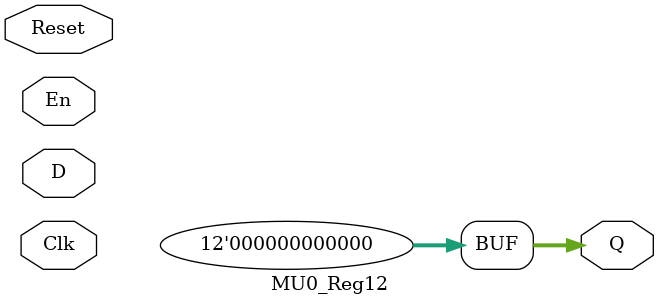
<source format=v>

`timescale 1ns/100ps

// for simulation purposes, do not delete
`default_nettype none

// module header

module MU0_Reg12 (
input  wire        Clk, 
input  wire        Reset,     
input  wire        En, 
input  wire [11:0] D, 
output reg  [11:0] Q
);

// behavioural code - clock driven


//  On every clock tick, if `En` is high,
//    then set Q with contents of D,
//    else Q remains unchanged.

always @ (posedge Clk)
  if (En)
	Q <= D;
  else
    Q <= Q;

//  The specification says "the reset signal acts asynchronously"
//    Therefore, implemented this as a stateless block.

always @ (Reset)
  Q = 12'b0000_0000_0000;





endmodule 

// for simulation purposes, do not delete
`default_nettype wire

</source>
